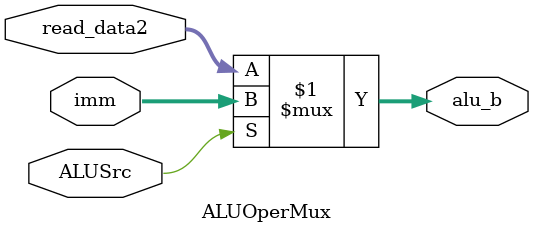
<source format=v>
module ALUOperMux #(parameter WIDTH = 32)(
  input [WIDTH-1:0] read_data2, imm,
  input ALUSrc, // 0 for reg, 1 for imm
  output [WIDTH-1:0] alu_b
);

  assign alu_b = ALUSrc ? imm: read_data2;

endmodule

</source>
